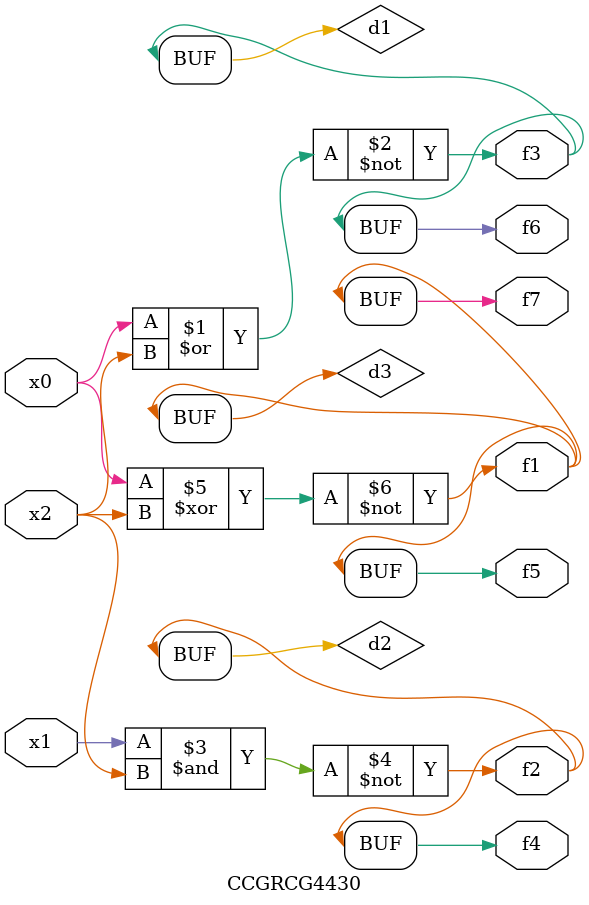
<source format=v>
module CCGRCG4430(
	input x0, x1, x2,
	output f1, f2, f3, f4, f5, f6, f7
);

	wire d1, d2, d3;

	nor (d1, x0, x2);
	nand (d2, x1, x2);
	xnor (d3, x0, x2);
	assign f1 = d3;
	assign f2 = d2;
	assign f3 = d1;
	assign f4 = d2;
	assign f5 = d3;
	assign f6 = d1;
	assign f7 = d3;
endmodule

</source>
